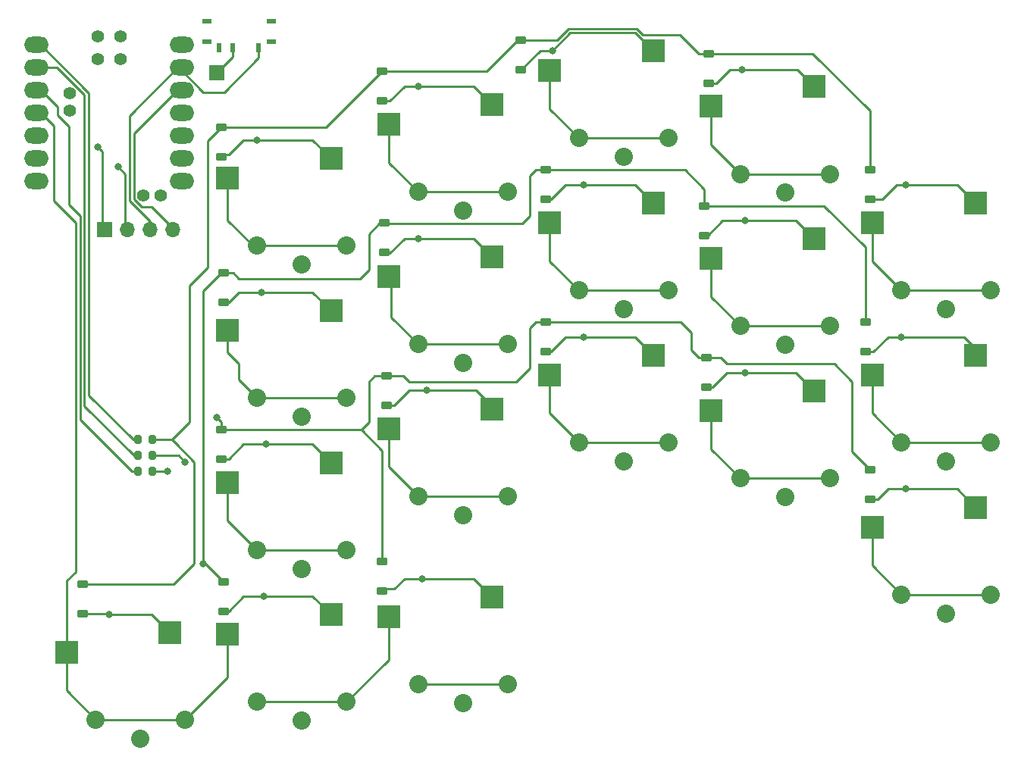
<source format=gbr>
%TF.GenerationSoftware,KiCad,Pcbnew,(7.0.0)*%
%TF.CreationDate,2023-09-04T00:10:10+01:00*%
%TF.ProjectId,Razer36_V2,52617a65-7233-4365-9f56-322e6b696361,rev?*%
%TF.SameCoordinates,Original*%
%TF.FileFunction,Copper,L1,Top*%
%TF.FilePolarity,Positive*%
%FSLAX46Y46*%
G04 Gerber Fmt 4.6, Leading zero omitted, Abs format (unit mm)*
G04 Created by KiCad (PCBNEW (7.0.0)) date 2023-09-04 00:10:10*
%MOMM*%
%LPD*%
G01*
G04 APERTURE LIST*
G04 Aperture macros list*
%AMRoundRect*
0 Rectangle with rounded corners*
0 $1 Rounding radius*
0 $2 $3 $4 $5 $6 $7 $8 $9 X,Y pos of 4 corners*
0 Add a 4 corners polygon primitive as box body*
4,1,4,$2,$3,$4,$5,$6,$7,$8,$9,$2,$3,0*
0 Add four circle primitives for the rounded corners*
1,1,$1+$1,$2,$3*
1,1,$1+$1,$4,$5*
1,1,$1+$1,$6,$7*
1,1,$1+$1,$8,$9*
0 Add four rect primitives between the rounded corners*
20,1,$1+$1,$2,$3,$4,$5,0*
20,1,$1+$1,$4,$5,$6,$7,0*
20,1,$1+$1,$6,$7,$8,$9,0*
20,1,$1+$1,$8,$9,$2,$3,0*%
G04 Aperture macros list end*
%TA.AperFunction,ComponentPad*%
%ADD10C,2.032000*%
%TD*%
%TA.AperFunction,SMDPad,CuDef*%
%ADD11R,2.600000X2.600000*%
%TD*%
%TA.AperFunction,SMDPad,CuDef*%
%ADD12RoundRect,0.225000X-0.375000X0.225000X-0.375000X-0.225000X0.375000X-0.225000X0.375000X0.225000X0*%
%TD*%
%TA.AperFunction,ComponentPad*%
%ADD13O,2.750000X1.800000*%
%TD*%
%TA.AperFunction,ComponentPad*%
%ADD14C,1.397000*%
%TD*%
%TA.AperFunction,SMDPad,CuDef*%
%ADD15R,1.000000X0.600000*%
%TD*%
%TA.AperFunction,SMDPad,CuDef*%
%ADD16R,1.100000X0.600000*%
%TD*%
%TA.AperFunction,SMDPad,CuDef*%
%ADD17R,0.600000X1.000000*%
%TD*%
%TA.AperFunction,ComponentPad*%
%ADD18R,1.700000X1.700000*%
%TD*%
%TA.AperFunction,ComponentPad*%
%ADD19O,1.700000X1.700000*%
%TD*%
%TA.AperFunction,SMDPad,CuDef*%
%ADD20RoundRect,0.200000X-0.200000X-0.275000X0.200000X-0.275000X0.200000X0.275000X-0.200000X0.275000X0*%
%TD*%
%TA.AperFunction,ViaPad*%
%ADD21C,0.800000*%
%TD*%
%TA.AperFunction,Conductor*%
%ADD22C,0.250000*%
%TD*%
G04 APERTURE END LIST*
D10*
%TO.P,Sw4,1,NE*%
%TO.N,Net-(D4-A)*%
X136000000Y-93900000D03*
D11*
X139274999Y-82049999D03*
%TO.P,Sw4,2,SW*%
%TO.N,col3*%
X127724999Y-84249999D03*
D10*
X131000000Y-91800000D03*
X141000000Y-91800000D03*
%TD*%
%TO.P,Sw17,1,NE*%
%TO.N,Net-(D17-A)*%
X154000000Y-131900000D03*
D11*
X157274999Y-120049999D03*
%TO.P,Sw17,2,NW*%
%TO.N,col4*%
X145724999Y-122249999D03*
D10*
X149000000Y-129800000D03*
X159000000Y-129800000D03*
%TD*%
D12*
%TO.P,D4,1,K*%
%TO.N,Net-(D1-K)*%
X124500000Y-80850000D03*
%TO.P,D4,2,A*%
%TO.N,Net-(D4-A)*%
X124500000Y-84150000D03*
%TD*%
%TO.P,D6,1,K*%
%TO.N,Net-(D1-K)*%
X163500000Y-95350000D03*
%TO.P,D6,2,A*%
%TO.N,Net-(D6-A)*%
X163500000Y-98650000D03*
%TD*%
%TO.P,D8,1,K*%
%TO.N,Net-(D10-K)*%
X91250000Y-106850000D03*
%TO.P,D8,2,A*%
%TO.N,Net-(D8-A)*%
X91250000Y-110150000D03*
%TD*%
%TO.P,D9,1,K*%
%TO.N,Net-(D10-K)*%
X109250000Y-101250000D03*
%TO.P,D9,2,A*%
%TO.N,Net-(D9-A)*%
X109250000Y-104550000D03*
%TD*%
D10*
%TO.P,Sw15,1,NE*%
%TO.N,Net-(D15-A)*%
X118000000Y-133900000D03*
D11*
X121274999Y-122049999D03*
%TO.P,Sw15,2,NW*%
%TO.N,col2*%
X109724999Y-124249999D03*
D10*
X113000000Y-131800000D03*
X123000000Y-131800000D03*
%TD*%
D13*
%TO.P,U1,1,A2/0.02_H*%
%TO.N,row0*%
X70404999Y-81379999D03*
%TO.P,U1,2,A4/0.03_H*%
%TO.N,row1*%
X70404999Y-83919999D03*
%TO.P,U1,3,A10/0.28*%
%TO.N,row2*%
X70404999Y-86459999D03*
%TO.P,U1,4,A11/0.29*%
%TO.N,col0*%
X70404999Y-88999999D03*
%TO.P,U1,5,A8_SDA/0.04_H*%
%TO.N,Net-(J1-Pin_1)*%
X70404999Y-91539999D03*
%TO.P,U1,6,A9_SCL/0.05_H*%
%TO.N,Net-(J1-Pin_2)*%
X70404999Y-94079999D03*
%TO.P,U1,7,B8_TX/1.11*%
%TO.N,col1*%
X70404999Y-96619999D03*
%TO.P,U1,8,B9_RX/1.12*%
%TO.N,col2*%
X86594999Y-96619999D03*
%TO.P,U1,9,A7_SCK/1.13*%
%TO.N,col3*%
X86594999Y-94079999D03*
%TO.P,U1,10,A5_MISO/1.14*%
%TO.N,col4*%
X86594999Y-91539999D03*
%TO.P,U1,11,A6_MOSI/1.15*%
%TO.N,col5*%
X86594999Y-88999999D03*
%TO.P,U1,12,3V3*%
%TO.N,Net-(J1-Pin_4)*%
X86594999Y-86459999D03*
%TO.P,U1,13,GND*%
%TO.N,Net-(J1-Pin_3)*%
X86594999Y-83919999D03*
%TO.P,U1,14,5V*%
%TO.N,unconnected-(U1-5V-Pad14)*%
X86594999Y-81379999D03*
D14*
%TO.P,U1,15,A31_SWDIO*%
%TO.N,unconnected-(U1-A31_SWDIO-Pad15)*%
X77230000Y-80428000D03*
%TO.P,U1,16,A30_SWCLK*%
%TO.N,unconnected-(U1-A30_SWCLK-Pad16)*%
X79770000Y-80428000D03*
%TO.P,U1,17,RESET*%
%TO.N,unconnected-(U1-RESET-Pad17)*%
X77230000Y-82968000D03*
%TO.P,U1,18,GND*%
%TO.N,unconnected-(U1-GND-Pad18)*%
X79770000Y-82968000D03*
%TO.P,U1,19,BAT*%
%TO.N,unconnected-(U1-BAT-Pad19)*%
X74055000Y-88683000D03*
%TO.P,U1,20,GND*%
%TO.N,unconnected-(U1-GND-Pad20)*%
X74055000Y-86778000D03*
%TO.P,U1,21,NFC1/0.09_H*%
%TO.N,unconnected-(U1-NFC1{slash}0.09_H-Pad21)*%
X82310000Y-98208000D03*
%TO.P,U1,22,NFC2/0.10_H*%
%TO.N,unconnected-(U1-NFC2{slash}0.10_H-Pad22)*%
X84215000Y-98208000D03*
%TD*%
D12*
%TO.P,D14,1,K*%
%TO.N,Net-(D13-K)*%
X91000000Y-124350000D03*
%TO.P,D14,2,A*%
%TO.N,Net-(D14-A)*%
X91000000Y-127650000D03*
%TD*%
%TO.P,D3,1,K*%
%TO.N,Net-(D1-K)*%
X109000000Y-84350000D03*
%TO.P,D3,2,A*%
%TO.N,Net-(D3-A)*%
X109000000Y-87650000D03*
%TD*%
%TO.P,D7,1,K*%
%TO.N,Net-(D10-K)*%
X91250000Y-141350000D03*
%TO.P,D7,2,A*%
%TO.N,Net-(D7-A)*%
X91250000Y-144650000D03*
%TD*%
%TO.P,D10,1,K*%
%TO.N,Net-(D10-K)*%
X127250000Y-95350000D03*
%TO.P,D10,2,A*%
%TO.N,Net-(D10-A)*%
X127250000Y-98650000D03*
%TD*%
D15*
%TO.P,PWR1,*%
%TO.N,*%
X96599999Y-78706999D03*
D16*
X89399999Y-78706999D03*
X96599999Y-80992999D03*
D15*
X89399999Y-80992999D03*
D17*
%TO.P,PWR1,1,A*%
%TO.N,Net-(J1-Pin_3)*%
X95199999Y-81699999D03*
%TO.P,PWR1,2,B*%
%TO.N,/Bat_Gnd*%
X92299999Y-81699999D03*
%TO.P,PWR1,3,C*%
%TO.N,unconnected-(PWR1-C-Pad3)*%
X90799999Y-81699999D03*
%TD*%
D12*
%TO.P,D17,1,K*%
%TO.N,Net-(D13-K)*%
X145250000Y-116350000D03*
%TO.P,D17,2,A*%
%TO.N,Net-(D17-A)*%
X145250000Y-119650000D03*
%TD*%
%TO.P,D5,1,K*%
%TO.N,Net-(D1-K)*%
X145500000Y-82350000D03*
%TO.P,D5,2,A*%
%TO.N,Net-(D5-A)*%
X145500000Y-85650000D03*
%TD*%
D18*
%TO.P,J1,1,Pin_1*%
%TO.N,Net-(J1-Pin_1)*%
X77999999Y-101999999D03*
D19*
%TO.P,J1,2,Pin_2*%
%TO.N,Net-(J1-Pin_2)*%
X80539999Y-101999999D03*
%TO.P,J1,3,Pin_3*%
%TO.N,Net-(J1-Pin_3)*%
X83079999Y-101999999D03*
%TO.P,J1,4,Pin_4*%
%TO.N,Net-(J1-Pin_4)*%
X85619999Y-101999999D03*
%TD*%
D10*
%TO.P,Sw16,1,NE*%
%TO.N,Net-(D16-A)*%
X136000000Y-127900000D03*
D11*
X139274999Y-116049999D03*
%TO.P,Sw16,2,NW*%
%TO.N,col3*%
X127724999Y-118249999D03*
D10*
X131000000Y-125800000D03*
X141000000Y-125800000D03*
%TD*%
D12*
%TO.P,D11,1,K*%
%TO.N,Net-(D10-K)*%
X145000000Y-99350000D03*
%TO.P,D11,2,A*%
%TO.N,Net-(D11-A)*%
X145000000Y-102650000D03*
%TD*%
D10*
%TO.P,Sw9,1,NE*%
%TO.N,Net-(D9-A)*%
X118000000Y-116900000D03*
D11*
X121274999Y-105049999D03*
%TO.P,Sw9,2,NW*%
%TO.N,col2*%
X109724999Y-107249999D03*
D10*
X113000000Y-114800000D03*
X123000000Y-114800000D03*
%TD*%
%TO.P,Sw1,1,NE*%
%TO.N,Net-(D1-A)*%
X82000000Y-158900000D03*
D11*
X85274999Y-147049999D03*
%TO.P,Sw1,2,SW*%
%TO.N,col0*%
X73724999Y-149249999D03*
D10*
X77000000Y-156800000D03*
X87000000Y-156800000D03*
%TD*%
%TO.P,Sw10,1,NE*%
%TO.N,Net-(D10-A)*%
X136000000Y-110900000D03*
D11*
X139274999Y-99049999D03*
%TO.P,Sw10,2,NW*%
%TO.N,col3*%
X127724999Y-101249999D03*
D10*
X131000000Y-108800000D03*
X141000000Y-108800000D03*
%TD*%
D20*
%TO.P,R1,1*%
%TO.N,row0*%
X81675000Y-125500000D03*
%TO.P,R1,2*%
%TO.N,Net-(D1-K)*%
X83325000Y-125500000D03*
%TD*%
D12*
%TO.P,D13,1,K*%
%TO.N,Net-(D13-K)*%
X109000000Y-139100000D03*
%TO.P,D13,2,A*%
%TO.N,Net-(D13-A)*%
X109000000Y-142400000D03*
%TD*%
%TO.P,D1,1,K*%
%TO.N,Net-(D1-K)*%
X75500000Y-141600000D03*
%TO.P,D1,2,A*%
%TO.N,Net-(D1-A)*%
X75500000Y-144900000D03*
%TD*%
D10*
%TO.P,Sw5,1,NE*%
%TO.N,Net-(D5-A)*%
X154000000Y-97900000D03*
D11*
X157274999Y-86049999D03*
%TO.P,Sw5,2,SW*%
%TO.N,col4*%
X145724999Y-88249999D03*
D10*
X149000000Y-95800000D03*
X159000000Y-95800000D03*
%TD*%
D12*
%TO.P,D15,1,K*%
%TO.N,Net-(D13-K)*%
X109500000Y-118350000D03*
%TO.P,D15,2,A*%
%TO.N,Net-(D15-A)*%
X109500000Y-121650000D03*
%TD*%
%TO.P,D16,1,K*%
%TO.N,Net-(D13-K)*%
X127250000Y-112350000D03*
%TO.P,D16,2,A*%
%TO.N,Net-(D16-A)*%
X127250000Y-115650000D03*
%TD*%
D18*
%TO.P,J3,1,Pin_1*%
%TO.N,/Bat_Gnd*%
X90499999Y-84499999D03*
%TD*%
D10*
%TO.P,Sw6,1,NE*%
%TO.N,Net-(D6-A)*%
X172000000Y-110900000D03*
D11*
X175274999Y-99049999D03*
%TO.P,Sw6,2,SW*%
%TO.N,col5*%
X163724999Y-101249999D03*
D10*
X167000000Y-108800000D03*
X177000000Y-108800000D03*
%TD*%
%TO.P,Sw3,1,NE*%
%TO.N,Net-(D3-A)*%
X118000000Y-99900000D03*
D11*
X121274999Y-88049999D03*
%TO.P,Sw3,2,SW*%
%TO.N,col2*%
X109724999Y-90249999D03*
D10*
X113000000Y-97800000D03*
X123000000Y-97800000D03*
%TD*%
%TO.P,Sw11,1,NE*%
%TO.N,Net-(D11-A)*%
X154000000Y-114900000D03*
D11*
X157274999Y-103049999D03*
%TO.P,Sw11,2,NW*%
%TO.N,col4*%
X145724999Y-105249999D03*
D10*
X149000000Y-112800000D03*
X159000000Y-112800000D03*
%TD*%
%TO.P,Sw2,1,NE*%
%TO.N,Net-(D2-A)*%
X100000000Y-105900000D03*
D11*
X103274999Y-94049999D03*
%TO.P,Sw2,2,SW*%
%TO.N,col1*%
X91724999Y-96249999D03*
D10*
X95000000Y-103800000D03*
X105000000Y-103800000D03*
%TD*%
%TO.P,Sw13,1,NE*%
%TO.N,Net-(D13-A)*%
X118000000Y-154900000D03*
D11*
X121274999Y-143049999D03*
%TO.P,Sw13,2,NW*%
%TO.N,col0*%
X109724999Y-145249999D03*
D10*
X113000000Y-152800000D03*
X123000000Y-152800000D03*
%TD*%
%TO.P,Sw7,1,NE*%
%TO.N,Net-(D7-A)*%
X100000000Y-156900000D03*
D11*
X103274999Y-145049999D03*
%TO.P,Sw7,2,NW*%
%TO.N,col0*%
X91724999Y-147249999D03*
D10*
X95000000Y-154800000D03*
X105000000Y-154800000D03*
%TD*%
%TO.P,Sw14,1,NE*%
%TO.N,Net-(D14-A)*%
X100000000Y-139900000D03*
D11*
X103274999Y-128049999D03*
%TO.P,Sw14,2,NW*%
%TO.N,col1*%
X91724999Y-130249999D03*
D10*
X95000000Y-137800000D03*
X105000000Y-137800000D03*
%TD*%
D20*
%TO.P,R3,1*%
%TO.N,row2*%
X81675000Y-129000000D03*
%TO.P,R3,2*%
%TO.N,Net-(D13-K)*%
X83325000Y-129000000D03*
%TD*%
D12*
%TO.P,D12,1,K*%
%TO.N,Net-(D10-K)*%
X163000000Y-112350000D03*
%TO.P,D12,2,A*%
%TO.N,Net-(D12-A)*%
X163000000Y-115650000D03*
%TD*%
D10*
%TO.P,Sw12,1,NE*%
%TO.N,Net-(D12-A)*%
X172000000Y-127900000D03*
D11*
X175274999Y-116049999D03*
%TO.P,Sw12,2,SW*%
%TO.N,col5*%
X163724999Y-118249999D03*
D10*
X167000000Y-125800000D03*
X177000000Y-125800000D03*
%TD*%
D20*
%TO.P,R2,1*%
%TO.N,row1*%
X81675000Y-127250000D03*
%TO.P,R2,2*%
%TO.N,Net-(D10-K)*%
X83325000Y-127250000D03*
%TD*%
D10*
%TO.P,Sw8,1,NE*%
%TO.N,Net-(D8-A)*%
X100000000Y-122900000D03*
D11*
X103274999Y-111049999D03*
%TO.P,Sw8,2,SW*%
%TO.N,col1*%
X91724999Y-113249999D03*
D10*
X95000000Y-120800000D03*
X105000000Y-120800000D03*
%TD*%
D12*
%TO.P,D2,1,K*%
%TO.N,Net-(D1-K)*%
X91000000Y-90600000D03*
%TO.P,D2,2,A*%
%TO.N,Net-(D2-A)*%
X91000000Y-93900000D03*
%TD*%
%TO.P,D18,1,K*%
%TO.N,Net-(D13-K)*%
X163500000Y-128850000D03*
%TO.P,D18,2,A*%
%TO.N,Net-(D18-A)*%
X163500000Y-132150000D03*
%TD*%
D10*
%TO.P,Sw18,1,NE*%
%TO.N,Net-(D18-A)*%
X172000000Y-144900000D03*
D11*
X175274999Y-133049999D03*
%TO.P,Sw18,2,SW*%
%TO.N,col5*%
X163724999Y-135249999D03*
D10*
X167000000Y-142800000D03*
X177000000Y-142800000D03*
%TD*%
D21*
%TO.N,Net-(D1-A)*%
X78500000Y-145000000D03*
%TO.N,Net-(D2-A)*%
X95000000Y-92000000D03*
%TO.N,Net-(D3-A)*%
X113000000Y-86000000D03*
%TO.N,Net-(D4-A)*%
X128000000Y-82000000D03*
%TO.N,Net-(D5-A)*%
X149175479Y-84175479D03*
%TO.N,Net-(D6-A)*%
X167500000Y-97000000D03*
%TO.N,Net-(D10-K)*%
X89000000Y-139350000D03*
X87000000Y-128000000D03*
%TO.N,Net-(D7-A)*%
X95750000Y-143000000D03*
%TO.N,Net-(D8-A)*%
X95500000Y-109000000D03*
%TO.N,Net-(D9-A)*%
X113000000Y-103000000D03*
%TO.N,Net-(D10-A)*%
X131500000Y-97000000D03*
%TO.N,Net-(D11-A)*%
X149500000Y-101000000D03*
%TO.N,Net-(D12-A)*%
X167000000Y-114000000D03*
%TO.N,Net-(D13-K)*%
X85000000Y-129000000D03*
X90500000Y-123000000D03*
%TO.N,Net-(D13-A)*%
X113500000Y-141000000D03*
%TO.N,Net-(D14-A)*%
X96000000Y-126000000D03*
%TO.N,Net-(D15-A)*%
X114000000Y-120000000D03*
%TO.N,Net-(D16-A)*%
X131500000Y-114000000D03*
%TO.N,Net-(D17-A)*%
X149500000Y-118000000D03*
%TO.N,Net-(D18-A)*%
X167500000Y-131000000D03*
%TO.N,Net-(J1-Pin_1)*%
X77250000Y-92750000D03*
%TO.N,Net-(J1-Pin_2)*%
X79500000Y-95000000D03*
%TD*%
D22*
%TO.N,row0*%
X76250000Y-86750000D02*
X70880000Y-81380000D01*
X76250000Y-120575000D02*
X76250000Y-86750000D01*
X81175000Y-125500000D02*
X76250000Y-120575000D01*
X81675000Y-125500000D02*
X81175000Y-125500000D01*
%TO.N,row1*%
X72644448Y-83920000D02*
X75700000Y-86975552D01*
X75700000Y-121700000D02*
X81250000Y-127250000D01*
X70880000Y-83920000D02*
X72644448Y-83920000D01*
X81250000Y-127250000D02*
X81675000Y-127250000D01*
X75700000Y-86975552D02*
X75700000Y-121700000D01*
%TO.N,row2*%
X72750000Y-88330000D02*
X72750000Y-89250000D01*
X75250000Y-100500000D02*
X75250000Y-123250000D01*
X81000000Y-129000000D02*
X81675000Y-129000000D01*
X74000000Y-99250000D02*
X75250000Y-100500000D01*
X72750000Y-89250000D02*
X74000000Y-90500000D01*
X70880000Y-86460000D02*
X72750000Y-88330000D01*
X75250000Y-123250000D02*
X81000000Y-129000000D01*
X74000000Y-90500000D02*
X74000000Y-99250000D01*
%TO.N,col0*%
X74750000Y-101250000D02*
X74750000Y-140250000D01*
X73750000Y-141250000D02*
X73750000Y-149225000D01*
X105000000Y-154800000D02*
X109725000Y-150075000D01*
X73725000Y-153525000D02*
X77000000Y-156800000D01*
X72300000Y-90420000D02*
X72300000Y-98800000D01*
X109725000Y-150075000D02*
X109725000Y-145250000D01*
X74750000Y-140250000D02*
X73750000Y-141250000D01*
X73725000Y-149250000D02*
X73725000Y-153525000D01*
X87000000Y-156800000D02*
X91725000Y-152075000D01*
X70880000Y-89000000D02*
X72300000Y-90420000D01*
X95000000Y-154800000D02*
X105000000Y-154800000D01*
X113000000Y-152800000D02*
X123000000Y-152800000D01*
X72300000Y-98800000D02*
X74750000Y-101250000D01*
X91725000Y-152075000D02*
X91725000Y-147250000D01*
X77000000Y-156800000D02*
X87000000Y-156800000D01*
X73750000Y-149225000D02*
X73725000Y-149250000D01*
%TO.N,col1*%
X95000000Y-137800000D02*
X91725000Y-134525000D01*
X95000000Y-120800000D02*
X93000000Y-118800000D01*
X94550000Y-103800000D02*
X91725000Y-100975000D01*
X95000000Y-137800000D02*
X105000000Y-137800000D01*
X93000000Y-117000000D02*
X91725000Y-115725000D01*
X91725000Y-115725000D02*
X91725000Y-113250000D01*
X91725000Y-134525000D02*
X91725000Y-130250000D01*
X93000000Y-118800000D02*
X93000000Y-117000000D01*
X95000000Y-120800000D02*
X105000000Y-120800000D01*
X95000000Y-103800000D02*
X105000000Y-103800000D01*
X91725000Y-100975000D02*
X91725000Y-96250000D01*
%TO.N,col2*%
X109725000Y-90250000D02*
X109725000Y-94525000D01*
X109725000Y-94525000D02*
X113000000Y-97800000D01*
X113000000Y-114800000D02*
X110000000Y-111800000D01*
X113000000Y-131800000D02*
X123000000Y-131800000D01*
X110000000Y-111800000D02*
X110000000Y-107525000D01*
X109725000Y-128525000D02*
X109725000Y-124250000D01*
X113000000Y-114800000D02*
X123000000Y-114800000D01*
X110000000Y-107525000D02*
X109725000Y-107250000D01*
X113000000Y-131800000D02*
X109725000Y-128525000D01*
X113000000Y-97800000D02*
X123000000Y-97800000D01*
%TO.N,col3*%
X127725000Y-118250000D02*
X127725000Y-122525000D01*
X131000000Y-125800000D02*
X141000000Y-125800000D01*
X127725000Y-88525000D02*
X131000000Y-91800000D01*
X127725000Y-105525000D02*
X131000000Y-108800000D01*
X127725000Y-84250000D02*
X127725000Y-88525000D01*
X131000000Y-108800000D02*
X141000000Y-108800000D01*
X127725000Y-101250000D02*
X127725000Y-105525000D01*
X131000000Y-91800000D02*
X141000000Y-91800000D01*
X127725000Y-122525000D02*
X131000000Y-125800000D01*
%TO.N,col4*%
X145725000Y-122250000D02*
X145725000Y-126525000D01*
X149000000Y-95800000D02*
X145725000Y-92525000D01*
X149000000Y-112800000D02*
X159000000Y-112800000D01*
X149000000Y-112800000D02*
X145725000Y-109525000D01*
X145725000Y-92525000D02*
X145725000Y-88250000D01*
X149000000Y-129800000D02*
X159000000Y-129800000D01*
X145725000Y-126525000D02*
X149000000Y-129800000D01*
X159000000Y-95800000D02*
X149000000Y-95800000D01*
X145725000Y-109525000D02*
X145725000Y-105250000D01*
%TO.N,col5*%
X167000000Y-125800000D02*
X177000000Y-125800000D01*
X167000000Y-142800000D02*
X177000000Y-142800000D01*
X163725000Y-101250000D02*
X163725000Y-105525000D01*
X163725000Y-139525000D02*
X163725000Y-135250000D01*
X163725000Y-122525000D02*
X167000000Y-125800000D01*
X167000000Y-142800000D02*
X163725000Y-139525000D01*
X177000000Y-108800000D02*
X167000000Y-108800000D01*
X163725000Y-118250000D02*
X163725000Y-122525000D01*
X163725000Y-105525000D02*
X167000000Y-108800000D01*
%TO.N,Net-(D1-K)*%
X137411198Y-79550480D02*
X138110718Y-80250000D01*
X88000000Y-139324695D02*
X88000000Y-127974695D01*
X75500000Y-141600000D02*
X85724695Y-141600000D01*
X91000000Y-90600000D02*
X89500000Y-92100000D01*
X102750000Y-90600000D02*
X91000000Y-90600000D01*
X120650000Y-84350000D02*
X109000000Y-84350000D01*
X88000000Y-127974695D02*
X86025305Y-126000000D01*
X145500000Y-82350000D02*
X157100000Y-82350000D01*
X157100000Y-82350000D02*
X163500000Y-88750000D01*
X138110718Y-80250000D02*
X142250000Y-80250000D01*
X87500000Y-108250000D02*
X87500000Y-123525305D01*
X85724695Y-141600000D02*
X88000000Y-139324695D01*
X129813803Y-79550480D02*
X137411198Y-79550480D01*
X124500000Y-80850000D02*
X124150000Y-80850000D01*
X142250000Y-80250000D02*
X144350000Y-82350000D01*
X109000000Y-84350000D02*
X102750000Y-90600000D01*
X124500000Y-80850000D02*
X128514282Y-80850000D01*
X85525305Y-125500000D02*
X86025305Y-126000000D01*
X89500000Y-92100000D02*
X89500000Y-106250000D01*
X124150000Y-80850000D02*
X120650000Y-84350000D01*
X83325000Y-125500000D02*
X85525305Y-125500000D01*
X128514282Y-80850000D02*
X129813803Y-79550480D01*
X87500000Y-123525305D02*
X85525305Y-125500000D01*
X89500000Y-106250000D02*
X87500000Y-108250000D01*
X163500000Y-88750000D02*
X163500000Y-95350000D01*
X144350000Y-82350000D02*
X145500000Y-82350000D01*
%TO.N,Net-(D1-A)*%
X75500000Y-144900000D02*
X78400000Y-144900000D01*
X78400000Y-144900000D02*
X78500000Y-145000000D01*
X83225000Y-145000000D02*
X85275000Y-147050000D01*
X78500000Y-145000000D02*
X83225000Y-145000000D01*
%TO.N,Net-(D2-A)*%
X93500000Y-92000000D02*
X95000000Y-92000000D01*
X101225000Y-92000000D02*
X103275000Y-94050000D01*
X91850000Y-93650000D02*
X93500000Y-92000000D01*
X95000000Y-92000000D02*
X101225000Y-92000000D01*
X91000000Y-93650000D02*
X91850000Y-93650000D01*
%TO.N,/Bat_Gnd*%
X90500000Y-84500000D02*
X92300000Y-82700000D01*
X92300000Y-82700000D02*
X92300000Y-81700000D01*
%TO.N,Net-(D3-A)*%
X119225000Y-86000000D02*
X121275000Y-88050000D01*
X111500000Y-86000000D02*
X119225000Y-86000000D01*
X109000000Y-87650000D02*
X109850000Y-87650000D01*
X109850000Y-87650000D02*
X111500000Y-86000000D01*
%TO.N,Net-(D4-A)*%
X124500000Y-84150000D02*
X126650000Y-82000000D01*
X130000000Y-80000000D02*
X137225000Y-80000000D01*
X126650000Y-82000000D02*
X128000000Y-82000000D01*
X128000000Y-82000000D02*
X130000000Y-80000000D01*
X137225000Y-80000000D02*
X139275000Y-82050000D01*
%TO.N,Net-(D5-A)*%
X149175479Y-84175479D02*
X155400479Y-84175479D01*
X155400479Y-84175479D02*
X157275000Y-86050000D01*
X146350000Y-85650000D02*
X147824521Y-84175479D01*
X147824521Y-84175479D02*
X149175479Y-84175479D01*
X145500000Y-85650000D02*
X146350000Y-85650000D01*
%TO.N,Net-(D6-A)*%
X173225000Y-97000000D02*
X175275000Y-99050000D01*
X164850000Y-98650000D02*
X166500000Y-97000000D01*
X166500000Y-97000000D02*
X173225000Y-97000000D01*
X163500000Y-98650000D02*
X164850000Y-98650000D01*
%TO.N,Net-(D10-K)*%
X89000000Y-139350000D02*
X89250000Y-139350000D01*
X142850000Y-95350000D02*
X126150000Y-95350000D01*
X107500000Y-102500000D02*
X107500000Y-106500000D01*
X126150000Y-95350000D02*
X125500000Y-96000000D01*
X93000000Y-107500000D02*
X92350000Y-106850000D01*
X91000000Y-106850000D02*
X89000000Y-108850000D01*
X145000000Y-99350000D02*
X145000000Y-97500000D01*
X106500000Y-107500000D02*
X93000000Y-107500000D01*
X86250000Y-127250000D02*
X83325000Y-127250000D01*
X92350000Y-106850000D02*
X91000000Y-106850000D01*
X158350000Y-99350000D02*
X145000000Y-99350000D01*
X163000000Y-112350000D02*
X163000000Y-104000000D01*
X145000000Y-97500000D02*
X142850000Y-95350000D01*
X124650000Y-101350000D02*
X108650000Y-101350000D01*
X89000000Y-108850000D02*
X89000000Y-139350000D01*
X87000000Y-128000000D02*
X86250000Y-127250000D01*
X125500000Y-96000000D02*
X125500000Y-100500000D01*
X89250000Y-139350000D02*
X91250000Y-141350000D01*
X107500000Y-106500000D02*
X106500000Y-107500000D01*
X125500000Y-100500000D02*
X124650000Y-101350000D01*
X163000000Y-104000000D02*
X158350000Y-99350000D01*
X108650000Y-101350000D02*
X107500000Y-102500000D01*
%TO.N,Net-(D7-A)*%
X91000000Y-144650000D02*
X91850000Y-144650000D01*
X93500000Y-143000000D02*
X95750000Y-143000000D01*
X91850000Y-144650000D02*
X93500000Y-143000000D01*
X101225000Y-143000000D02*
X103275000Y-145050000D01*
X96750000Y-143000000D02*
X95750000Y-143000000D01*
X101225000Y-143000000D02*
X96750000Y-143000000D01*
%TO.N,Net-(D8-A)*%
X93000000Y-109000000D02*
X95500000Y-109000000D01*
X91000000Y-110150000D02*
X91850000Y-110150000D01*
X101225000Y-109000000D02*
X103275000Y-111050000D01*
X95500000Y-109000000D02*
X101225000Y-109000000D01*
X91850000Y-110150000D02*
X93000000Y-109000000D01*
%TO.N,Net-(D9-A)*%
X113000000Y-103000000D02*
X119225000Y-103000000D01*
X119225000Y-103000000D02*
X121275000Y-105050000D01*
X109850000Y-104650000D02*
X111500000Y-103000000D01*
X109000000Y-104650000D02*
X109850000Y-104650000D01*
X111500000Y-103000000D02*
X113000000Y-103000000D01*
%TO.N,Net-(D10-A)*%
X137225000Y-97000000D02*
X139275000Y-99050000D01*
X127850000Y-98650000D02*
X129500000Y-97000000D01*
X129500000Y-97000000D02*
X137225000Y-97000000D01*
X127000000Y-98650000D02*
X127850000Y-98650000D01*
%TO.N,Net-(D11-A)*%
X145350000Y-102650000D02*
X147000000Y-101000000D01*
X149500000Y-101000000D02*
X155225000Y-101000000D01*
X145000000Y-102650000D02*
X145350000Y-102650000D01*
X147000000Y-101000000D02*
X149500000Y-101000000D01*
X155225000Y-101000000D02*
X157275000Y-103050000D01*
%TO.N,Net-(D12-A)*%
X174000000Y-114000000D02*
X175275000Y-115275000D01*
X175275000Y-115275000D02*
X175275000Y-116050000D01*
X165500000Y-114000000D02*
X167000000Y-114000000D01*
X163850000Y-115650000D02*
X165500000Y-114000000D01*
X163000000Y-115650000D02*
X163850000Y-115650000D01*
X167000000Y-114000000D02*
X174000000Y-114000000D01*
%TO.N,Net-(D13-K)*%
X143500000Y-113500000D02*
X143500000Y-115500000D01*
X109000000Y-126700000D02*
X106650000Y-124350000D01*
X142350000Y-112350000D02*
X143500000Y-113500000D01*
X146850000Y-116350000D02*
X147500000Y-117000000D01*
X126150000Y-112350000D02*
X127000000Y-112350000D01*
X143500000Y-115500000D02*
X144350000Y-116350000D01*
X127000000Y-112350000D02*
X142350000Y-112350000D01*
X159500000Y-117000000D02*
X161500000Y-119000000D01*
X145000000Y-116350000D02*
X146850000Y-116350000D01*
X147500000Y-117000000D02*
X159500000Y-117000000D01*
X107500000Y-123500000D02*
X107500000Y-119000000D01*
X125500000Y-117500000D02*
X125500000Y-113000000D01*
X111350000Y-118350000D02*
X112000000Y-119000000D01*
X161500000Y-119000000D02*
X161500000Y-126850000D01*
X90500000Y-123000000D02*
X91000000Y-123500000D01*
X161500000Y-126850000D02*
X163500000Y-128850000D01*
X106650000Y-124350000D02*
X107500000Y-123500000D01*
X91000000Y-123500000D02*
X91000000Y-124350000D01*
X107500000Y-119000000D02*
X108150000Y-118350000D01*
X144350000Y-116350000D02*
X145000000Y-116350000D01*
X109000000Y-138850000D02*
X109000000Y-126700000D01*
X124000000Y-119000000D02*
X125500000Y-117500000D01*
X109000000Y-118350000D02*
X111350000Y-118350000D01*
X108150000Y-118350000D02*
X109000000Y-118350000D01*
X85000000Y-129000000D02*
X83325000Y-129000000D01*
X91000000Y-124350000D02*
X106650000Y-124350000D01*
X112000000Y-119000000D02*
X124000000Y-119000000D01*
X125500000Y-113000000D02*
X126150000Y-112350000D01*
%TO.N,Net-(D13-A)*%
X110350000Y-142150000D02*
X111500000Y-141000000D01*
X111500000Y-141000000D02*
X119225000Y-141000000D01*
X119225000Y-141000000D02*
X121275000Y-143050000D01*
X109000000Y-142150000D02*
X110350000Y-142150000D01*
%TO.N,Net-(D14-A)*%
X91850000Y-127650000D02*
X93500000Y-126000000D01*
X101225000Y-126000000D02*
X103275000Y-128050000D01*
X93500000Y-126000000D02*
X101225000Y-126000000D01*
X91000000Y-127650000D02*
X91850000Y-127650000D01*
%TO.N,Net-(D15-A)*%
X110350000Y-121650000D02*
X112000000Y-120000000D01*
X109000000Y-121650000D02*
X110350000Y-121650000D01*
X112000000Y-120000000D02*
X119500000Y-120000000D01*
X121275000Y-121775000D02*
X121275000Y-122050000D01*
X119500000Y-120000000D02*
X121275000Y-121775000D01*
%TO.N,Net-(D16-A)*%
X131500000Y-114000000D02*
X129500000Y-114000000D01*
X137225000Y-114000000D02*
X139275000Y-116050000D01*
X129500000Y-114000000D02*
X127850000Y-115650000D01*
X127850000Y-115650000D02*
X127000000Y-115650000D01*
X131500000Y-114000000D02*
X137225000Y-114000000D01*
%TO.N,Net-(D17-A)*%
X149500000Y-118000000D02*
X155225000Y-118000000D01*
X145000000Y-119650000D02*
X145850000Y-119650000D01*
X155225000Y-118000000D02*
X157275000Y-120050000D01*
X145850000Y-119650000D02*
X147500000Y-118000000D01*
X147500000Y-118000000D02*
X149500000Y-118000000D01*
%TO.N,Net-(D18-A)*%
X165500000Y-131000000D02*
X173225000Y-131000000D01*
X173225000Y-131000000D02*
X175275000Y-133050000D01*
X163500000Y-132150000D02*
X164350000Y-132150000D01*
X164350000Y-132150000D02*
X165500000Y-131000000D01*
%TO.N,Net-(J1-Pin_1)*%
X78000000Y-102000000D02*
X77750000Y-101750000D01*
X77750000Y-101750000D02*
X77750000Y-93250000D01*
X77750000Y-93250000D02*
X77250000Y-92750000D01*
%TO.N,Net-(J1-Pin_2)*%
X80290000Y-101750000D02*
X80290000Y-95790000D01*
X80540000Y-102000000D02*
X80290000Y-101750000D01*
X80290000Y-95790000D02*
X79500000Y-95000000D01*
%TO.N,Net-(J1-Pin_3)*%
X88920866Y-86579134D02*
X89000000Y-86658268D01*
X86120000Y-83920000D02*
X86261732Y-83920000D01*
X95200000Y-82800000D02*
X95200000Y-81700000D01*
X86120000Y-83920000D02*
X80750000Y-89290000D01*
X91341732Y-86658268D02*
X95200000Y-82800000D01*
X80750000Y-98790000D02*
X83080000Y-101120000D01*
X89000000Y-86658268D02*
X91341732Y-86658268D01*
X86261732Y-83920000D02*
X88920866Y-86579134D01*
X80750000Y-89290000D02*
X80750000Y-98790000D01*
X83080000Y-101120000D02*
X83080000Y-102000000D01*
%TO.N,Net-(J1-Pin_4)*%
X86120000Y-86460000D02*
X81286500Y-91293500D01*
X85620000Y-101870000D02*
X85620000Y-102000000D01*
X81286500Y-91293500D02*
X81286500Y-98631948D01*
X81286500Y-98631948D02*
X82154552Y-99500000D01*
X82154552Y-99500000D02*
X83250000Y-99500000D01*
X83250000Y-99500000D02*
X85620000Y-101870000D01*
%TD*%
M02*

</source>
